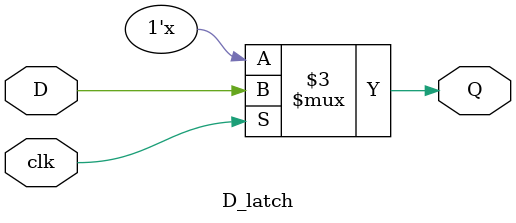
<source format=v>
module D_latch(D, clk, Q);

  input D, clk;
  output reg Q;

  always @(D,clk)
  if(clk)
    Q = D;

endmodule

</source>
